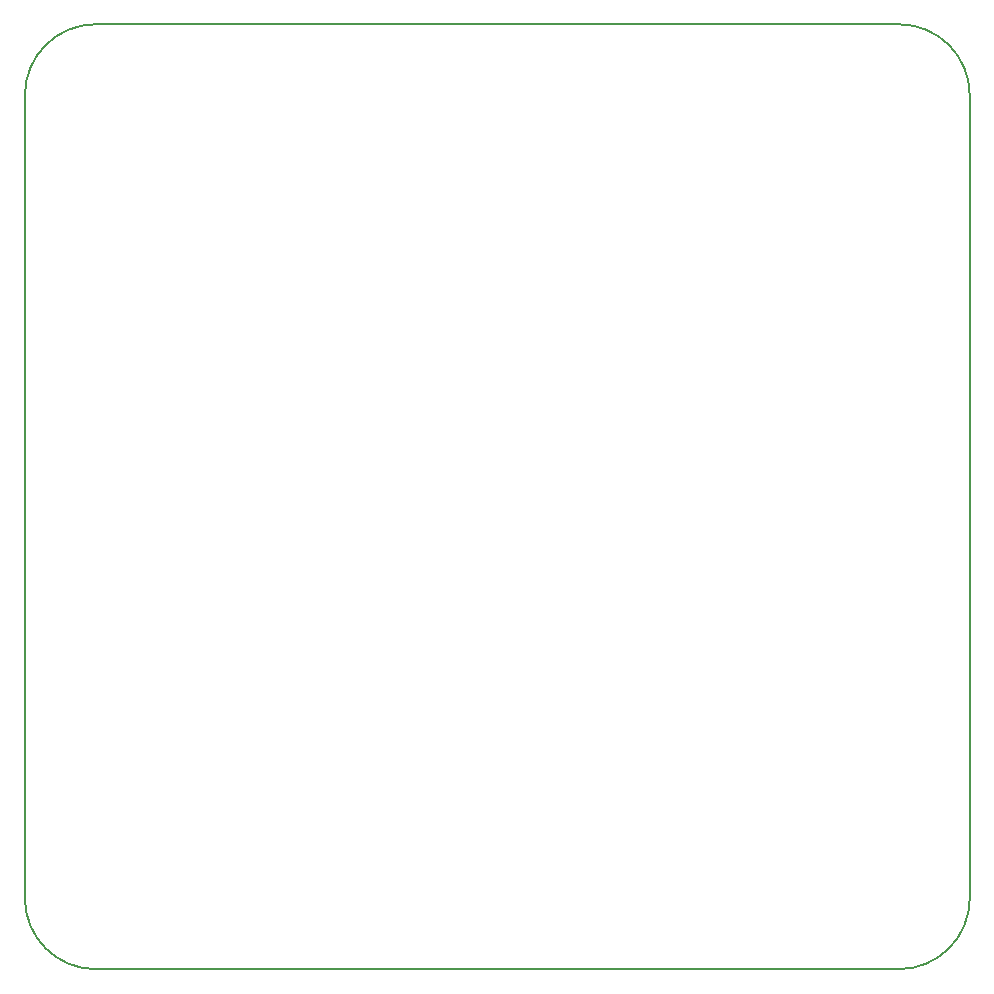
<source format=gm1>
G04 #@! TF.GenerationSoftware,KiCad,Pcbnew,(5.0.0)*
G04 #@! TF.CreationDate,2019-07-14T20:37:54+10:00*
G04 #@! TF.ProjectId,reflow-oven-rev-001,7265666C6F772D6F76656E2D7265762D,A*
G04 #@! TF.SameCoordinates,Original*
G04 #@! TF.FileFunction,Profile,NP*
%FSLAX46Y46*%
G04 Gerber Fmt 4.6, Leading zero omitted, Abs format (unit mm)*
G04 Created by KiCad (PCBNEW (5.0.0)) date 07/14/19 20:37:54*
%MOMM*%
%LPD*%
G01*
G04 APERTURE LIST*
%ADD10C,0.200000*%
G04 APERTURE END LIST*
D10*
X44000000Y-118000000D02*
G75*
G02X38000000Y-112000000I0J6000000D01*
G01*
X118000000Y-112000000D02*
G75*
G02X112000000Y-118000000I-6000000J0D01*
G01*
X112000000Y-38000000D02*
G75*
G02X118000000Y-44000000I0J-6000000D01*
G01*
X38000000Y-44000000D02*
G75*
G02X44000000Y-38000000I6000000J0D01*
G01*
X38000000Y-44000000D02*
X38000000Y-112000000D01*
X112000000Y-118000000D02*
X44000000Y-118000000D01*
X118000000Y-44000000D02*
X118000000Y-112000000D01*
X44000000Y-38000000D02*
X112000000Y-38000000D01*
M02*

</source>
